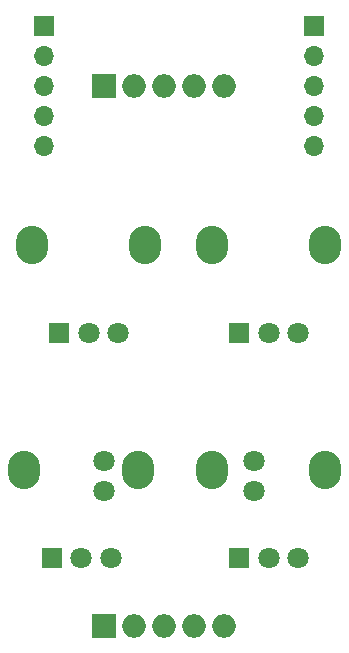
<source format=gbr>
%TF.GenerationSoftware,KiCad,Pcbnew,8.0.5*%
%TF.CreationDate,2024-11-22T15:59:57+05:30*%
%TF.ProjectId,kick,6b69636b-2e6b-4696-9361-645f70636258,rev?*%
%TF.SameCoordinates,Original*%
%TF.FileFunction,Soldermask,Bot*%
%TF.FilePolarity,Negative*%
%FSLAX46Y46*%
G04 Gerber Fmt 4.6, Leading zero omitted, Abs format (unit mm)*
G04 Created by KiCad (PCBNEW 8.0.5) date 2024-11-22 15:59:57*
%MOMM*%
%LPD*%
G01*
G04 APERTURE LIST*
%ADD10O,2.720000X3.240000*%
%ADD11R,1.800000X1.800000*%
%ADD12C,1.800000*%
%ADD13R,1.700000X1.700000*%
%ADD14O,1.700000X1.700000*%
%ADD15R,2.000000X2.000000*%
%ADD16O,2.000000X2.000000*%
G04 APERTURE END LIST*
D10*
%TO.C,RV2*%
X49810000Y-64265000D03*
X59410000Y-64265000D03*
D11*
X52110000Y-71765000D03*
D12*
X54610000Y-71765000D03*
X57110000Y-71765000D03*
%TD*%
D10*
%TO.C,RV4*%
X49175000Y-83315000D03*
X58775000Y-83315000D03*
D11*
X51475000Y-90815000D03*
D12*
X53975000Y-90815000D03*
X56475000Y-90815000D03*
%TD*%
D13*
%TO.C,INPUT1*%
X50800000Y-45720000D03*
D14*
X50800000Y-48260000D03*
X50800000Y-50800000D03*
X50800000Y-53340000D03*
X50800000Y-55880000D03*
%TD*%
D10*
%TO.C,RV3*%
X65050000Y-64265000D03*
X74650000Y-64265000D03*
D11*
X67350000Y-71765000D03*
D12*
X69850000Y-71765000D03*
X72350000Y-71765000D03*
%TD*%
D10*
%TO.C,RV1*%
X65050000Y-83315000D03*
X74650000Y-83315000D03*
D11*
X67350000Y-90815000D03*
D12*
X69850000Y-90815000D03*
X72350000Y-90815000D03*
%TD*%
D13*
%TO.C,OUTPUT1*%
X73660000Y-45720000D03*
D14*
X73660000Y-48260000D03*
X73660000Y-50800000D03*
X73660000Y-53340000D03*
X73660000Y-55880000D03*
%TD*%
D12*
%TO.C,U4*%
X68580000Y-82550000D03*
X68580000Y-85090000D03*
X55880000Y-82550000D03*
X55880000Y-85090000D03*
%TD*%
D15*
%TO.C,V_SUPPLY1*%
X55880000Y-50800000D03*
D16*
X58420000Y-50800000D03*
X60960000Y-50800000D03*
X63500000Y-50800000D03*
X66040000Y-50800000D03*
%TD*%
D15*
%TO.C,GND1*%
X55880000Y-96520000D03*
D16*
X58420000Y-96520000D03*
X60960000Y-96520000D03*
X63500000Y-96520000D03*
X66040000Y-96520000D03*
%TD*%
M02*

</source>
